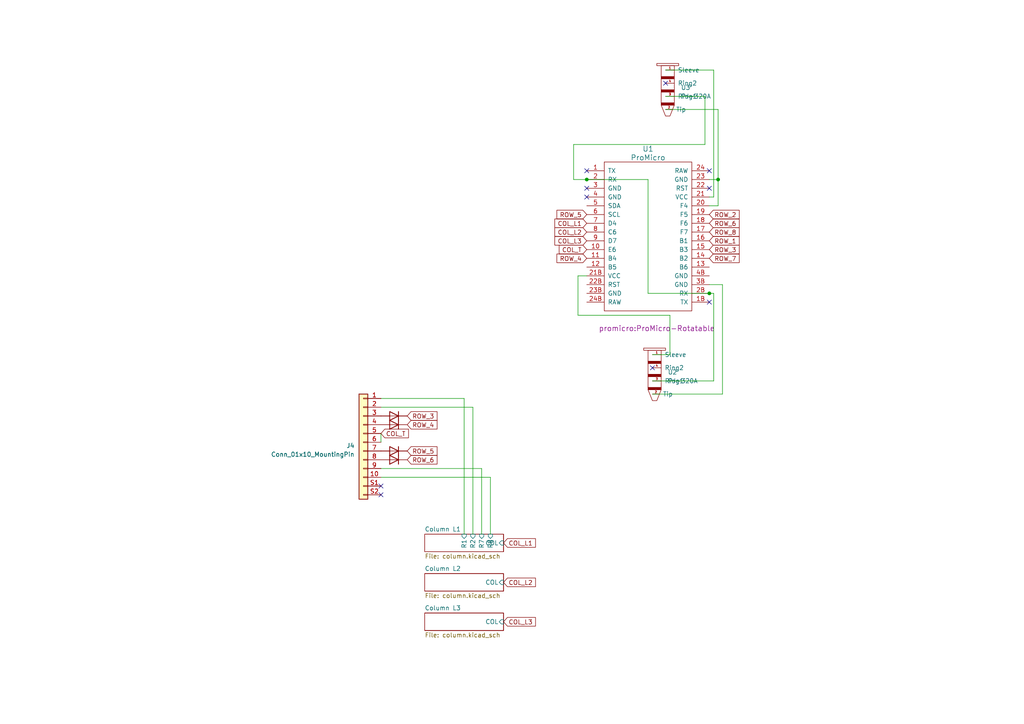
<source format=kicad_sch>
(kicad_sch (version 20230121) (generator eeschema)
  (paper "A4")
  (lib_symbols
    (symbol "Connector_Generic:Conn_01x12" (pin_names (offset 1.016) hide)
      (property "Reference" "J4" (at 2.54 -0.9906 0))
      (property "Value" "Conn_01x10_MountingPin" (at 2.54 -3.5306 0))
      (symbol "Conn_01x12_1_1"
        (rectangle (start -1.27 -15.113) (end 0 -15.367) (stroke (width 0.1524)))
        (rectangle (start -1.27 -12.573) (end 0 -12.827) (stroke (width 0.1524)))
        (rectangle (start -1.27 -10.033) (end 0 -10.287) (stroke (width 0.1524)))
        (rectangle (start -1.27 -7.493) (end 0 -7.747) (stroke (width 0.1524)))
        (rectangle (start -1.27 -4.953) (end 0 -5.207) (stroke (width 0.1524)))
        (rectangle (start -1.27 -2.413) (end 0 -2.667) (stroke (width 0.1524)))
        (rectangle (start -1.27 0.127) (end 0 -0.127) (stroke (width 0.1524)))
        (rectangle (start -1.27 2.667) (end 0 2.413) (stroke (width 0.1524)))
        (rectangle (start -1.27 5.207) (end 0 4.953) (stroke (width 0.1524)))
        (rectangle (start -1.27 7.747) (end 0 7.493) (stroke (width 0.1524)))
        (rectangle (start -1.27 10.287) (end 0 10.033) (stroke (width 0.1524)))
        (rectangle (start -1.27 12.827) (end 0 12.573) (stroke (width 0.1524)))
        (rectangle (start -1.27 13.97) (end 1.27 -16.51) (stroke (width 0.254)) (fill (type background)))
        (pin passive line (at -5.08 12.7 0) (length 3.81) (name "Pin_1") (number "1"))
        (pin passive line (at -5.08 -10.16 0) (length 3.81) (name "Pin_10") (number "10"))
        (pin passive line (at -5.08 10.16 0) (length 3.81) (name "Pin_2") (number "2"))
        (pin passive line (at -5.08 7.62 0) (length 3.81) (name "Pin_3") (number "3"))
        (pin passive line (at -5.08 5.08 0) (length 3.81) (name "Pin_4") (number "4"))
        (pin passive line (at -5.08 2.54 0) (length 3.81) (name "Pin_5") (number "5"))
        (pin passive line (at -5.08 0 0) (length 3.81) (name "Pin_6") (number "6"))
        (pin passive line (at -5.08 -2.54 0) (length 3.81) (name "Pin_7") (number "7"))
        (pin passive line (at -5.08 -5.08 0) (length 3.81) (name "Pin_8") (number "8"))
        (pin passive line (at -5.08 -7.62 0) (length 3.81) (name "Pin_9") (number "9"))
        (pin passive line (at -5.08 -12.7 0) (length 3.81) (name "S1") (number "S1"))
        (pin passive line (at -5.08 -15.24 0) (length 3.81) (name "S2") (number "S2"))
      )
    )
    (symbol "Diode:1N4148W" (pin_numbers hide) (pin_names hide)
      (property "Reference" "D" (at 0 2.54 0))
      (property "Value" "1N4148W" (at 0 -2.54 0))
      (symbol "1N4148W_0_1"
        (polyline (pts (xy -1.27 1.27) (xy -1.27 -1.27)) (stroke (width 0.254)))
        (polyline (pts (xy 1.27 0) (xy -1.27 0)))
        (polyline (pts (xy 1.27 1.27) (xy 1.27 -1.27) (xy -1.27 0) (xy 1.27 1.27)) (stroke (width 0.254)))
      )
      (symbol "1N4148W_1_1"
        (pin passive line (at -3.81 0 0) (length 2.54) (name "K") (number "1"))
        (pin passive line (at 3.81 0 180) (length 2.54) (name "A") (number "2"))
      )
    )
    (symbol "pj320a:PJ-320A" (pin_names (offset 1.016))
      (property "Reference" "U" (at 0 -1.905 0))
      (property "Value" "PJ-320A" (at 0 0 0))
      (symbol "PJ-320A_0_1"
        (rectangle (start -3.175 1.27) (end 3.175 1.905))
        (rectangle (start -1.905 1.905) (end 1.905 5.08))
        (rectangle (start -1.905 5.08) (end 1.905 5.715) (fill (type outline)))
        (rectangle (start -1.905 5.715) (end 1.905 8.89))
        (rectangle (start -1.905 8.89) (end 1.905 9.525) (fill (type outline)))
        (rectangle (start -1.905 9.525) (end 1.905 12.7))
        (rectangle (start -1.905 12.7) (end 1.905 13.335) (fill (type outline)))
        (polyline (pts (xy -1.905 13.335) (xy -0.635 16.51) (xy 0.635 16.51) (xy 1.905 13.335) (xy -1.905 13.335)))
      )
      (symbol "PJ-320A_1_1"
        (pin bidirectional line (at 0.635 3.175 180) (length 2.54) (name "Sleeve") (number "1"))
        (pin bidirectional line (at 0.635 14.605 180) (length 2.0066) (name "Tip") (number "2"))
        (pin bidirectional line (at 0.635 10.795 180) (length 2.54) (name "Ring1") (number "3"))
        (pin bidirectional line (at 0.635 6.985 180) (length 2.54) (name "Ring2") (number "4"))
      )
    )
    (symbol "promicro:ProMicro_rotatable" (pin_names (offset 1.016))
      (property "Reference" "U" (at 0 24.13 0))
      (property "Value" "ProMicro" (at 0 -24.13 0))
      (symbol "ProMicro_rotatable_0_1"
        (rectangle (start -12.7 21.59) (end 12.7 -21.59))
      )
      (symbol "ProMicro_rotatable_1_1"
        (pin bidirectional line (at -17.78 19.05 0) (length 5.08) (name "TX") (number "1"))
        (pin bidirectional line (at -17.78 -3.81 0) (length 5.08) (name "E6") (number "10"))
        (pin bidirectional line (at -17.78 -6.35 0) (length 5.08) (name "B4") (number "11"))
        (pin bidirectional line (at -17.78 -8.89 0) (length 5.08) (name "B5") (number "12"))
        (pin bidirectional line (at 17.78 -8.89 180) (length 5.08) (name "B6") (number "13"))
        (pin bidirectional line (at 17.78 -6.35 180) (length 5.08) (name "B2") (number "14"))
        (pin bidirectional line (at 17.78 -3.81 180) (length 5.08) (name "B3") (number "15"))
        (pin bidirectional line (at 17.78 -1.27 180) (length 5.08) (name "B1") (number "16"))
        (pin bidirectional line (at 17.78 1.27 180) (length 5.08) (name "F7") (number "17"))
        (pin bidirectional line (at 17.78 3.81 180) (length 5.08) (name "F6") (number "18"))
        (pin bidirectional line (at 17.78 6.35 180) (length 5.08) (name "F5") (number "19"))
        (pin bidirectional line (at 17.78 -19.05 180) (length 5.08) (name "TX") (number "1B"))
        (pin bidirectional line (at -17.78 16.51 0) (length 5.08) (name "RX") (number "2"))
        (pin bidirectional line (at 17.78 8.89 180) (length 5.08) (name "F4") (number "20"))
        (pin power_in line (at 17.78 11.43 180) (length 5.08) (name "VCC") (number "21"))
        (pin power_in line (at -17.78 -11.43 0) (length 5.08) (name "VCC") (number "21B"))
        (pin input line (at 17.78 13.97 180) (length 5.08) (name "RST") (number "22"))
        (pin input line (at -17.78 -13.97 0) (length 5.08) (name "RST") (number "22B"))
        (pin power_in line (at 17.78 16.51 180) (length 5.08) (name "GND") (number "23"))
        (pin power_in line (at -17.78 -16.51 0) (length 5.08) (name "GND") (number "23B"))
        (pin power_out line (at 17.78 19.05 180) (length 5.08) (name "RAW") (number "24"))
        (pin power_out line (at -17.78 -19.05 0) (length 5.08) (name "RAW") (number "24B"))
        (pin bidirectional line (at 17.78 -16.51 180) (length 5.08) (name "RX") (number "2B"))
        (pin power_in line (at -17.78 13.97 0) (length 5.08) (name "GND") (number "3"))
        (pin power_in line (at 17.78 -13.97 180) (length 5.08) (name "GND") (number "3B"))
        (pin power_in line (at -17.78 11.43 0) (length 5.08) (name "GND") (number "4"))
        (pin power_in line (at 17.78 -11.43 180) (length 5.08) (name "GND") (number "4B"))
        (pin bidirectional line (at -17.78 8.89 0) (length 5.08) (name "SDA") (number "5"))
        (pin bidirectional line (at -17.78 6.35 0) (length 5.08) (name "SCL") (number "6"))
        (pin bidirectional line (at -17.78 3.81 0) (length 5.08) (name "D4") (number "7"))
        (pin bidirectional line (at -17.78 1.27 0) (length 5.08) (name "C6") (number "8"))
        (pin bidirectional line (at -17.78 -1.27 0) (length 5.08) (name "D7") (number "9"))
      )
    )
  )
  (junction (at 205.74 85.09))
  (junction (at 170.18 52.07))
  (junction (at 208.28 52.07))
  (no_connect (at 205.74 87.63))
  (no_connect (at 110.49 143.51))
  (no_connect (at 205.74 54.61))
  (no_connect (at 193.04 24.13))
  (no_connect (at 189.23 106.68))
  (no_connect (at 170.18 49.53))
  (no_connect (at 170.18 57.15))
  (no_connect (at 205.74 49.53))
  (no_connect (at 110.49 140.97))
  (no_connect (at 170.18 54.61))
  (wire (pts (xy 194.31 102.87) (xy 194.31 91.44)))
  (wire (pts (xy 194.31 91.44) (xy 167.64 91.44)))
  (wire (pts (xy 187.96 85.09) (xy 205.74 85.09)))
  (wire (pts (xy 208.28 52.07) (xy 205.74 52.07)))
  (wire (pts (xy 193.04 27.94) (xy 204.47 27.94)))
  (wire (pts (xy 205.74 59.69) (xy 208.28 59.69)))
  (wire (pts (xy 142.24 138.43) (xy 142.24 154.94)))
  (wire (pts (xy 193.04 31.75) (xy 208.28 31.75)))
  (wire (pts (xy 189.23 114.3) (xy 209.55 114.3)))
  (wire (pts (xy 134.62 115.57) (xy 134.62 154.94)))
  (wire (pts (xy 207.01 110.49) (xy 189.23 110.49)))
  (wire (pts (xy 189.23 102.87) (xy 194.31 102.87)))
  (wire (pts (xy 139.7 135.89) (xy 139.7 154.94)))
  (wire (pts (xy 137.16 118.11) (xy 137.16 154.94)))
  (wire (pts (xy 207.01 20.32) (xy 207.01 57.15)))
  (wire (pts (xy 167.64 80.01) (xy 170.18 80.01)))
  (wire (pts (xy 207.01 85.09) (xy 205.74 85.09)))
  (wire (pts (xy 167.64 91.44) (xy 167.64 80.01)))
  (wire (pts (xy 207.01 57.15) (xy 205.74 57.15)))
  (wire (pts (xy 209.55 114.3) (xy 209.55 82.55)))
  (wire (pts (xy 208.28 59.69) (xy 208.28 52.07)))
  (wire (pts (xy 170.18 52.07) (xy 187.96 52.07)))
  (wire (pts (xy 208.28 31.75) (xy 208.28 52.07)))
  (wire (pts (xy 187.96 52.07) (xy 187.96 85.09)))
  (wire (pts (xy 204.47 27.94) (xy 204.47 41.91)))
  (wire (pts (xy 209.55 82.55) (xy 205.74 82.55)))
  (wire (pts (xy 110.49 138.43) (xy 142.24 138.43)))
  (wire (pts (xy 110.49 115.57) (xy 134.62 115.57)))
  (wire (pts (xy 193.04 20.32) (xy 207.01 20.32)))
  (wire (pts (xy 110.49 118.11) (xy 137.16 118.11)))
  (wire (pts (xy 204.47 41.91) (xy 166.37 41.91)))
  (wire (pts (xy 110.49 135.89) (xy 139.7 135.89)))
  (wire (pts (xy 110.49 125.73) (xy 110.49 128.27)))
  (wire (pts (xy 166.37 41.91) (xy 166.37 52.07)))
  (wire (pts (xy 207.01 85.09) (xy 207.01 110.49)))
  (wire (pts (xy 166.37 52.07) (xy 170.18 52.07)))
  (global_label "COL_T" (shape input) (at 170.18 72.39 180) (property "Intersheetrefs" "${INTERSHEET_REFS}" (effects hide)))
  (global_label "ROW_3" (shape input) (at 205.74 72.39 0) (property "Intersheetrefs" "${INTERSHEET_REFS}" (effects hide)))
  (global_label "ROW_8" (shape input) (at 205.74 67.31 0) (property "Intersheetrefs" "${INTERSHEET_REFS}" (effects hide)))
  (global_label "ROW_1" (shape input) (at 205.74 69.85 0) (property "Intersheetrefs" "${INTERSHEET_REFS}" (effects hide)))
  (global_label "COL_L2" (shape input) (at 170.18 67.31 180) (property "Intersheetrefs" "${INTERSHEET_REFS}" (effects hide)))
  (global_label "ROW_2" (shape input) (at 205.74 62.23 0) (property "Intersheetrefs" "${INTERSHEET_REFS}" (effects hide)))
  (global_label "COL_L1" (shape input) (at 146.05 157.48 0) (property "Intersheetrefs" "${INTERSHEET_REFS}" (effects hide)))
  (global_label "ROW_7" (shape input) (at 205.74 74.93 0) (property "Intersheetrefs" "${INTERSHEET_REFS}" (effects hide)))
  (global_label "ROW_5" (shape input) (at 118.11 130.81 0) (property "Intersheetrefs" "${INTERSHEET_REFS}" (effects hide)))
  (global_label "ROW_3" (shape input) (at 118.11 120.65 0) (property "Intersheetrefs" "${INTERSHEET_REFS}" (effects hide)))
  (global_label "ROW_6" (shape input) (at 205.74 64.77 0) (property "Intersheetrefs" "${INTERSHEET_REFS}" (effects hide)))
  (global_label "COL_L1" (shape input) (at 170.18 64.77 180) (property "Intersheetrefs" "${INTERSHEET_REFS}" (effects hide)))
  (global_label "COL_L3" (shape input) (at 146.05 180.34 0) (property "Intersheetrefs" "${INTERSHEET_REFS}" (effects hide)))
  (global_label "ROW_4" (shape input) (at 170.18 74.93 180) (property "Intersheetrefs" "${INTERSHEET_REFS}" (effects hide)))
  (global_label "COL_L2" (shape input) (at 146.05 168.91 0) (property "Intersheetrefs" "${INTERSHEET_REFS}" (effects hide)))
  (global_label "ROW_5" (shape input) (at 170.18 62.23 180) (property "Intersheetrefs" "${INTERSHEET_REFS}" (effects hide)))
  (global_label "ROW_4" (shape input) (at 118.11 123.19 0) (property "Intersheetrefs" "${INTERSHEET_REFS}" (effects hide)))
  (global_label "COL_L3" (shape input) (at 170.18 69.85 180) (property "Intersheetrefs" "${INTERSHEET_REFS}" (effects hide)))
  (global_label "ROW_6" (shape input) (at 118.11 133.35 0) (property "Intersheetrefs" "${INTERSHEET_REFS}" (effects hide)))
  (global_label "COL_T" (shape input) (at 110.49 125.73 0) (property "Intersheetrefs" "${INTERSHEET_REFS}" (effects hide)))
  (symbol (lib_id "pj320a:PJ-320A") (at 193.675 17.145 180) (unit 1)
    (property "Reference" "U3" (at 197.485 25.4 0) (effects (justify right)))
    (property "Value" "PJ-320A" (at 197.485 27.94 0) (effects (justify right)))
    (property "Footprint" "PJ320a:PJ-320A" (effects hide))
  )
  (symbol (lib_id "Diode:1N4148W") (at 114.3 123.19 180) (unit 1)
    (property "Reference" "D60" (effects hide))
    (property "Value" "1N4148W" (effects hide))
    (property "Footprint" "Diode_SMD:D_0805_2012Metric" (effects hide))
    (property "Datasheet" "https://www.vishay.com/docs/85748/1n4148w.pdf" (effects hide))
    (property "Sim.Device" "D" (effects hide))
    (property "Sim.Pins" "1=K 2=A" (effects hide))
  )
  (symbol (lib_id "Diode:1N4148W") (at 114.3 130.81 180) (unit 1)
    (property "Reference" "D61" (effects hide))
    (property "Value" "1N4148W" (effects hide))
    (property "Footprint" "Diode_SMD:D_0805_2012Metric" (effects hide))
    (property "Datasheet" "https://www.vishay.com/docs/85748/1n4148w.pdf" (effects hide))
    (property "Sim.Device" "D" (effects hide))
    (property "Sim.Pins" "1=K 2=A" (effects hide))
  )
  (symbol (lib_id "Diode:1N4148W") (at 114.3 133.35 180) (unit 1)
    (property "Reference" "D62" (effects hide))
    (property "Value" "1N4148W" (effects hide))
    (property "Footprint" "Diode_SMD:D_0805_2012Metric" (effects hide))
    (property "Datasheet" "https://www.vishay.com/docs/85748/1n4148w.pdf" (effects hide))
    (property "Sim.Device" "D" (effects hide))
    (property "Sim.Pins" "1=K 2=A" (effects hide))
  )
  (symbol (lib_id "Connector_Generic:Conn_01x12") (at 105.41 128.27 0) (mirror y) (unit 1)
    (property "Reference" "J4" (at 102.87 129.2606 0) (effects (justify left)))
    (property "Value" "Conn_01x10_MountingPin" (at 102.87 131.8006 0) (effects (justify left)))
    (property "Footprint" "Custom:GCT_FFC2A33-10-T-R_REVA" (effects hide))
  )
  (symbol (lib_id "Diode:1N4148W") (at 114.3 120.65 180) (unit 1)
    (property "Reference" "D59" (effects hide))
    (property "Value" "1N4148W" (effects hide))
    (property "Footprint" "Diode_SMD:D_0805_2012Metric" (effects hide))
    (property "Datasheet" "https://www.vishay.com/docs/85748/1n4148w.pdf" (effects hide))
    (property "Sim.Device" "D" (effects hide))
    (property "Sim.Pins" "1=K 2=A" (effects hide))
  )
  (symbol (lib_id "pj320a:PJ-320A") (at 189.865 99.695 180) (unit 1)
    (property "Reference" "U2" (at 193.675 107.95 0) (effects (justify right)))
    (property "Value" "PJ-320A" (at 193.675 110.49 0) (effects (justify right)))
    (property "Footprint" "PJ320a:PJ-320A" (effects hide))
  )
  (symbol (lib_id "promicro:ProMicro_rotatable") (at 187.96 68.58 0) (unit 1)
    (property "Reference" "U1" (at 187.96 43.18 0) (effects (font (size 1.524 1.524))))
    (property "Value" "ProMicro" (at 187.96 45.72 0) (effects (font (size 1.524 1.524))))
    (property "Footprint" "promicro:ProMicro-Rotatable" (at 190.5 95.25 0) (effects (font (size 1.524 1.524))))
  )
  (sheet (at 123.19 166.37) (size 22.86 5.08) (stroke (width 0.1524))
    (property "Sheetname" "Column L2" (at 123.19 165.6584 0) (effects (justify left bottom)))
    (property "Sheetfile" "column.kicad_sch" (at 123.19 172.0346 0) (effects (justify left top)))
    (pin "COL" input (at 146.05 168.91 0))
  )
  (sheet (at 123.19 177.8) (size 22.86 5.08) (stroke (width 0.1524))
    (property "Sheetname" "Column L3" (at 123.19 177.0884 0) (effects (justify left bottom)))
    (property "Sheetfile" "column.kicad_sch" (at 123.19 183.4646 0) (effects (justify left top)))
    (pin "COL" input (at 146.05 180.34 0))
  )
  (sheet (at 123.19 154.94) (size 22.86 5.08) (stroke (width 0.1524))
    (property "Sheetname" "Column L1" (at 123.19 154.2284 0) (effects (justify left bottom)))
    (property "Sheetfile" "column.kicad_sch" (at 123.19 160.6046 0) (effects (justify left top)))
    (pin "COL" input (at 146.05 157.48 0))
    (pin "R8" input (at 142.24 154.94 90))
    (pin "R1" input (at 134.62 154.94 90))
    (pin "R2" input (at 137.16 154.94 90))
    (pin "R7" input (at 139.7 154.94 90))
  )
)
</source>
